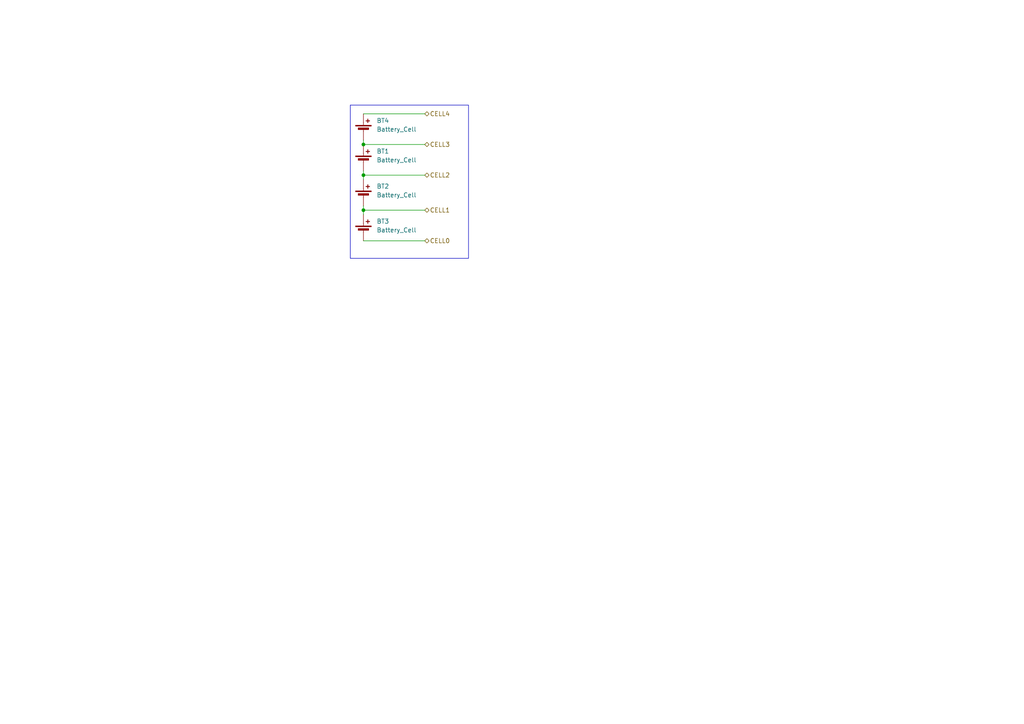
<source format=kicad_sch>
(kicad_sch (version 20250114) (generator "eeschema") (generator_version "9.0")
  (paper "A4")
  (lib_symbols
    (symbol "Device:Battery_Cell" (pin_numbers (hide yes)) (pin_names (offset 0) (hide yes))
      (property "Reference" "BT" (at 2.54 2.54 0))
      (property "Value" "Battery_Cell" (at 2.54 0 0))
      (symbol "Battery_Cell_0_1"
        (rectangle (start -2.286 1.778) (end 2.286 1.524) (fill (type outline)))
        (rectangle (start -1.524 1.016) (end 1.524 0.508) (fill (type outline)))
        (polyline (pts (xy 0 1.778) (xy 0 2.54)))
        (polyline (pts (xy 0 0.762) (xy 0 0)))
        (polyline (pts (xy 0.762 3.048) (xy 1.778 3.048)) (stroke (width 0.254)))
        (polyline (pts (xy 1.27 3.556) (xy 1.27 2.54)) (stroke (width 0.254)))
      )
      (symbol "Battery_Cell_1_1"
        (pin passive line (at 0 5.08 270) (length 2.54) (name "+") (number "1"))
        (pin passive line (at 0 -2.54 90) (length 2.54) (name "-") (number "2"))
      )
    )
  )
  (rectangle (start 101.6 30.48) (end 135.89 74.93))
  (junction (at 105.41 50.8))
  (junction (at 105.41 60.96))
  (junction (at 105.41 41.91))
  (wire (pts (xy 105.41 50.8) (xy 105.41 52.07)))
  (wire (pts (xy 105.41 41.91) (xy 123.19 41.91)))
  (wire (pts (xy 105.41 33.02) (xy 123.19 33.02)))
  (wire (pts (xy 105.41 60.96) (xy 123.19 60.96)))
  (wire (pts (xy 105.41 69.85) (xy 123.19 69.85)))
  (wire (pts (xy 105.41 50.8) (xy 123.19 50.8)))
  (wire (pts (xy 105.41 60.96) (xy 105.41 62.23)))
  (wire (pts (xy 105.41 40.64) (xy 105.41 41.91)))
  (wire (pts (xy 105.41 49.53) (xy 105.41 50.8)))
  (wire (pts (xy 105.41 59.69) (xy 105.41 60.96)))
  (hierarchical_label "CELL2" (shape bidirectional) (at 123.19 50.8 0))
  (hierarchical_label "CELL3" (shape bidirectional) (at 123.19 41.91 0))
  (hierarchical_label "CELL1" (shape bidirectional) (at 123.19 60.96 0))
  (hierarchical_label "CELL4" (shape bidirectional) (at 123.19 33.02 0))
  (hierarchical_label "CELL0" (shape bidirectional) (at 123.19 69.85 0))
  (symbol (lib_id "Device:Battery_Cell") (at 105.41 38.1 0) (unit 1)
    (property "Reference" "BT4" (at 109.22 34.9884 0) (effects (justify left)))
    (property "Value" "Battery_Cell" (at 109.22 37.5284 0) (effects (justify left)))
    (property "Description" "Single-cell battery" (effects (hide yes)))
    (property "Sim.Device" "V" (effects (hide yes)))
    (property "Sim.Type" "DC" (effects (hide yes)))
    (property "Sim.Pins" "1=+ 2=-" (effects (hide yes)))
  )
  (symbol (lib_id "Device:Battery_Cell") (at 105.41 57.15 0) (unit 1)
    (property "Reference" "BT2" (at 109.22 54.0384 0) (effects (justify left)))
    (property "Value" "Battery_Cell" (at 109.22 56.5784 0) (effects (justify left)))
    (property "Description" "Single-cell battery" (effects (hide yes)))
    (property "Sim.Device" "V" (effects (hide yes)))
    (property "Sim.Type" "DC" (effects (hide yes)))
    (property "Sim.Pins" "1=+ 2=-" (effects (hide yes)))
  )
  (symbol (lib_id "Device:Battery_Cell") (at 105.41 46.99 0) (unit 1)
    (property "Reference" "BT1" (at 109.22 43.8784 0) (effects (justify left)))
    (property "Value" "Battery_Cell" (at 109.22 46.4184 0) (effects (justify left)))
    (property "Description" "Single-cell battery" (effects (hide yes)))
    (property "Sim.Device" "V" (effects (hide yes)))
    (property "Sim.Type" "DC" (effects (hide yes)))
    (property "Sim.Pins" "1=+ 2=-" (effects (hide yes)))
  )
  (symbol (lib_id "Device:Battery_Cell") (at 105.41 67.31 0) (unit 1)
    (property "Reference" "BT3" (at 109.22 64.1984 0) (effects (justify left)))
    (property "Value" "Battery_Cell" (at 109.22 66.7384 0) (effects (justify left)))
    (property "Description" "Single-cell battery" (effects (hide yes)))
    (property "Sim.Device" "V" (effects (hide yes)))
    (property "Sim.Type" "DC" (effects (hide yes)))
    (property "Sim.Pins" "1=+ 2=-" (effects (hide yes)))
  )
)
</source>
